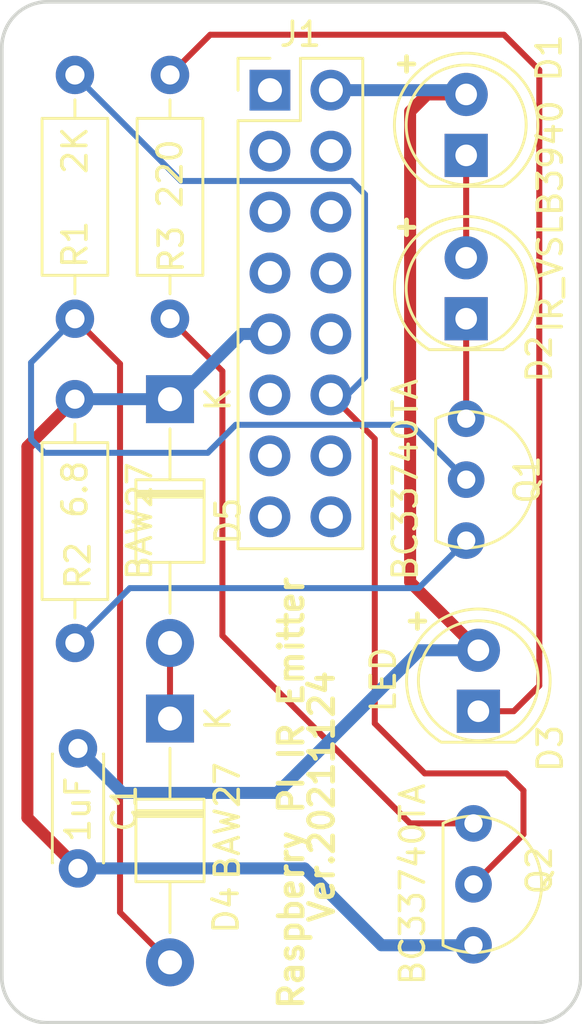
<source format=kicad_pcb>
(kicad_pcb (version 20171130) (host pcbnew "(5.1.10)-1")

  (general
    (thickness 1.6)
    (drawings 11)
    (tracks 61)
    (zones 0)
    (modules 12)
    (nets 24)
  )

  (page A4)
  (layers
    (0 F.Cu signal)
    (31 B.Cu signal)
    (32 B.Adhes user)
    (33 F.Adhes user)
    (34 B.Paste user)
    (35 F.Paste user)
    (36 B.SilkS user)
    (37 F.SilkS user)
    (38 B.Mask user)
    (39 F.Mask user)
    (40 Dwgs.User user)
    (41 Cmts.User user)
    (42 Eco1.User user)
    (43 Eco2.User user)
    (44 Edge.Cuts user)
    (45 Margin user)
    (46 B.CrtYd user)
    (47 F.CrtYd user)
    (48 B.Fab user)
    (49 F.Fab user)
  )

  (setup
    (last_trace_width 0.25)
    (trace_clearance 0.2)
    (zone_clearance 0.508)
    (zone_45_only no)
    (trace_min 0.2)
    (via_size 0.8)
    (via_drill 0.4)
    (via_min_size 0.4)
    (via_min_drill 0.3)
    (uvia_size 0.3)
    (uvia_drill 0.1)
    (uvias_allowed no)
    (uvia_min_size 0.2)
    (uvia_min_drill 0.1)
    (edge_width 0.15)
    (segment_width 0.2)
    (pcb_text_width 0.3)
    (pcb_text_size 1.5 1.5)
    (mod_edge_width 0.15)
    (mod_text_size 1 1)
    (mod_text_width 0.15)
    (pad_size 1.524 1.524)
    (pad_drill 0.762)
    (pad_to_mask_clearance 0.051)
    (solder_mask_min_width 0.25)
    (aux_axis_origin 0 0)
    (visible_elements 7FFFFFFF)
    (pcbplotparams
      (layerselection 0x010fc_ffffffff)
      (usegerberextensions false)
      (usegerberattributes false)
      (usegerberadvancedattributes false)
      (creategerberjobfile false)
      (excludeedgelayer true)
      (linewidth 0.100000)
      (plotframeref false)
      (viasonmask false)
      (mode 1)
      (useauxorigin false)
      (hpglpennumber 1)
      (hpglpenspeed 20)
      (hpglpendiameter 15.000000)
      (psnegative false)
      (psa4output false)
      (plotreference true)
      (plotvalue true)
      (plotinvisibletext false)
      (padsonsilk false)
      (subtractmaskfromsilk false)
      (outputformat 1)
      (mirror false)
      (drillshape 1)
      (scaleselection 1)
      (outputdirectory ""))
  )

  (net 0 "")
  (net 1 "Net-(D2-Pad1)")
  (net 2 "Net-(D4-Pad2)")
  (net 3 "Net-(Q1-Pad3)")
  (net 4 GND)
  (net 5 +5V)
  (net 6 "Net-(D1-Pad1)")
  (net 7 "Net-(D4-Pad1)")
  (net 8 "Net-(J1-Pad16)")
  (net 9 "Net-(J1-Pad15)")
  (net 10 "Net-(J1-Pad14)")
  (net 11 "Net-(J1-Pad13)")
  (net 12 /GPIO18)
  (net 13 "Net-(J1-Pad11)")
  (net 14 "Net-(J1-Pad10)")
  (net 15 "Net-(J1-Pad8)")
  (net 16 "Net-(J1-Pad5)")
  (net 17 "Net-(J1-Pad4)")
  (net 18 "Net-(J1-Pad3)")
  (net 19 +3.3V)
  (net 20 "Net-(J1-Pad6)")
  (net 21 "Net-(J1-Pad7)")
  (net 22 "Net-(D3-Pad1)")
  (net 23 "Net-(Q2-Pad1)")

  (net_class Default "This is the default net class."
    (clearance 0.2)
    (trace_width 0.25)
    (via_dia 0.8)
    (via_drill 0.4)
    (uvia_dia 0.3)
    (uvia_drill 0.1)
    (add_net +3.3V)
    (add_net /GPIO18)
    (add_net "Net-(D1-Pad1)")
    (add_net "Net-(D2-Pad1)")
    (add_net "Net-(D3-Pad1)")
    (add_net "Net-(D4-Pad1)")
    (add_net "Net-(D4-Pad2)")
    (add_net "Net-(J1-Pad10)")
    (add_net "Net-(J1-Pad11)")
    (add_net "Net-(J1-Pad13)")
    (add_net "Net-(J1-Pad14)")
    (add_net "Net-(J1-Pad15)")
    (add_net "Net-(J1-Pad16)")
    (add_net "Net-(J1-Pad3)")
    (add_net "Net-(J1-Pad4)")
    (add_net "Net-(J1-Pad5)")
    (add_net "Net-(J1-Pad6)")
    (add_net "Net-(J1-Pad7)")
    (add_net "Net-(J1-Pad8)")
    (add_net "Net-(Q1-Pad3)")
    (add_net "Net-(Q2-Pad1)")
  )

  (net_class Power ""
    (clearance 0.2)
    (trace_width 0.5)
    (via_dia 0.8)
    (via_drill 0.4)
    (uvia_dia 0.3)
    (uvia_drill 0.1)
    (add_net +5V)
    (add_net GND)
  )

  (module Resistor_THT:R_Axial_DIN0207_L6.3mm_D2.5mm_P10.16mm_Horizontal (layer F.Cu) (tedit 5AE5139B) (tstamp 5D3CBE47)
    (at 64.1604 89.408 90)
    (descr "Resistor, Axial_DIN0207 series, Axial, Horizontal, pin pitch=10.16mm, 0.25W = 1/4W, length*diameter=6.3*2.5mm^2, http://cdn-reichelt.de/documents/datenblatt/B400/1_4W%23YAG.pdf")
    (tags "Resistor Axial_DIN0207 series Axial Horizontal pin pitch 10.16mm 0.25W = 1/4W length 6.3mm diameter 2.5mm")
    (path /5D23F264)
    (fp_text reference R3 (at 2.8956 0.0508 270) (layer F.SilkS)
      (effects (font (size 1 1) (thickness 0.15)))
    )
    (fp_text value 220 (at 6.0452 0 270) (layer F.SilkS)
      (effects (font (size 1 1) (thickness 0.15)))
    )
    (fp_text user %R (at 3.048 -0.0254 270) (layer F.Fab)
      (effects (font (size 1 1) (thickness 0.15)))
    )
    (fp_line (start 1.93 -1.25) (end 1.93 1.25) (layer F.Fab) (width 0.1))
    (fp_line (start 1.93 1.25) (end 8.23 1.25) (layer F.Fab) (width 0.1))
    (fp_line (start 8.23 1.25) (end 8.23 -1.25) (layer F.Fab) (width 0.1))
    (fp_line (start 8.23 -1.25) (end 1.93 -1.25) (layer F.Fab) (width 0.1))
    (fp_line (start 0 0) (end 1.93 0) (layer F.Fab) (width 0.1))
    (fp_line (start 10.16 0) (end 8.23 0) (layer F.Fab) (width 0.1))
    (fp_line (start 1.81 -1.37) (end 1.81 1.37) (layer F.SilkS) (width 0.12))
    (fp_line (start 1.81 1.37) (end 8.35 1.37) (layer F.SilkS) (width 0.12))
    (fp_line (start 8.35 1.37) (end 8.35 -1.37) (layer F.SilkS) (width 0.12))
    (fp_line (start 8.35 -1.37) (end 1.81 -1.37) (layer F.SilkS) (width 0.12))
    (fp_line (start 1.04 0) (end 1.81 0) (layer F.SilkS) (width 0.12))
    (fp_line (start 9.12 0) (end 8.35 0) (layer F.SilkS) (width 0.12))
    (fp_line (start -1.05 -1.5) (end -1.05 1.5) (layer F.CrtYd) (width 0.05))
    (fp_line (start -1.05 1.5) (end 11.21 1.5) (layer F.CrtYd) (width 0.05))
    (fp_line (start 11.21 1.5) (end 11.21 -1.5) (layer F.CrtYd) (width 0.05))
    (fp_line (start 11.21 -1.5) (end -1.05 -1.5) (layer F.CrtYd) (width 0.05))
    (pad 2 thru_hole oval (at 10.16 0 90) (size 1.6 1.6) (drill 0.8) (layers *.Cu *.Mask)
      (net 22 "Net-(D3-Pad1)"))
    (pad 1 thru_hole circle (at 0 0 90) (size 1.6 1.6) (drill 0.8) (layers *.Cu *.Mask)
      (net 23 "Net-(Q2-Pad1)"))
    (model ${KISYS3DMOD}/Resistor_THT.3dshapes/R_Axial_DIN0207_L6.3mm_D2.5mm_P10.16mm_Horizontal.wrl
      (at (xyz 0 0 0))
      (scale (xyz 1 1 1))
      (rotate (xyz 0 0 0))
    )
  )

  (module Transistors:NPN_Transistor (layer F.Cu) (tedit 5CBF5D5C) (tstamp 619F95A0)
    (at 76.8096 110.4392 270)
    (path /61A12D52)
    (fp_text reference Q2 (at 1.9558 -2.7432 90) (layer F.SilkS)
      (effects (font (size 1 1) (thickness 0.15)))
    )
    (fp_text value BC33740TA (at 2.54 2.54 90) (layer F.SilkS)
      (effects (font (size 1 1) (thickness 0.15)))
    )
    (fp_arc (start 2.54 0) (end 5.715 1.905) (angle -241.9) (layer F.CrtYd) (width 0.12))
    (fp_arc (start 2.54 0) (end 5.08 1.27) (angle -233.1301024) (layer F.SilkS) (width 0.12))
    (fp_line (start 0 1.27) (end 5.08 1.27) (layer F.SilkS) (width 0.12))
    (fp_line (start -0.635 1.905) (end 5.715 1.905) (layer F.CrtYd) (width 0.12))
    (pad 3 thru_hole circle (at 5.08 0 270) (size 1.524 1.524) (drill 0.762) (layers *.Cu *.Mask)
      (net 4 GND))
    (pad 2 thru_hole circle (at 2.54 0 270) (size 1.524 1.524) (drill 0.762) (layers *.Cu *.Mask)
      (net 12 /GPIO18))
    (pad 1 thru_hole circle (at 0 0 270) (size 1.524 1.524) (drill 0.762) (layers *.Cu *.Mask)
      (net 23 "Net-(Q2-Pad1)"))
  )

  (module Resistor_THT:R_Axial_DIN0207_L6.3mm_D2.5mm_P10.16mm_Horizontal (layer F.Cu) (tedit 5AE5139B) (tstamp 619F2FAA)
    (at 60.198 89.408 90)
    (descr "Resistor, Axial_DIN0207 series, Axial, Horizontal, pin pitch=10.16mm, 0.25W = 1/4W, length*diameter=6.3*2.5mm^2, http://cdn-reichelt.de/documents/datenblatt/B400/1_4W%23YAG.pdf")
    (tags "Resistor Axial_DIN0207 series Axial Horizontal pin pitch 10.16mm 0.25W = 1/4W length 6.3mm diameter 2.5mm")
    (path /5D23EFF6)
    (fp_text reference R1 (at 3.0988 0 90) (layer F.SilkS)
      (effects (font (size 1 1) (thickness 0.15)))
    )
    (fp_text value 2K (at 6.858 0.127 90) (layer F.Fab)
      (effects (font (size 1 1) (thickness 0.15)))
    )
    (fp_text user %R (at 3.048 0 90) (layer F.Fab)
      (effects (font (size 1 1) (thickness 0.15)))
    )
    (fp_line (start 1.93 -1.25) (end 1.93 1.25) (layer F.Fab) (width 0.1))
    (fp_line (start 1.93 1.25) (end 8.23 1.25) (layer F.Fab) (width 0.1))
    (fp_line (start 8.23 1.25) (end 8.23 -1.25) (layer F.Fab) (width 0.1))
    (fp_line (start 8.23 -1.25) (end 1.93 -1.25) (layer F.Fab) (width 0.1))
    (fp_line (start 0 0) (end 1.93 0) (layer F.Fab) (width 0.1))
    (fp_line (start 10.16 0) (end 8.23 0) (layer F.Fab) (width 0.1))
    (fp_line (start 1.81 -1.37) (end 1.81 1.37) (layer F.SilkS) (width 0.12))
    (fp_line (start 1.81 1.37) (end 8.35 1.37) (layer F.SilkS) (width 0.12))
    (fp_line (start 8.35 1.37) (end 8.35 -1.37) (layer F.SilkS) (width 0.12))
    (fp_line (start 8.35 -1.37) (end 1.81 -1.37) (layer F.SilkS) (width 0.12))
    (fp_line (start 1.04 0) (end 1.81 0) (layer F.SilkS) (width 0.12))
    (fp_line (start 9.12 0) (end 8.35 0) (layer F.SilkS) (width 0.12))
    (fp_line (start -1.05 -1.5) (end -1.05 1.5) (layer F.CrtYd) (width 0.05))
    (fp_line (start -1.05 1.5) (end 11.21 1.5) (layer F.CrtYd) (width 0.05))
    (fp_line (start 11.21 1.5) (end 11.21 -1.5) (layer F.CrtYd) (width 0.05))
    (fp_line (start 11.21 -1.5) (end -1.05 -1.5) (layer F.CrtYd) (width 0.05))
    (pad 2 thru_hole oval (at 10.16 0 90) (size 1.6 1.6) (drill 0.8) (layers *.Cu *.Mask)
      (net 12 /GPIO18))
    (pad 1 thru_hole circle (at 0 0 90) (size 1.6 1.6) (drill 0.8) (layers *.Cu *.Mask)
      (net 2 "Net-(D4-Pad2)"))
    (model ${KISYS3DMOD}/Resistor_THT.3dshapes/R_Axial_DIN0207_L6.3mm_D2.5mm_P10.16mm_Horizontal.wrl
      (at (xyz 0 0 0))
      (scale (xyz 1 1 1))
      (rotate (xyz 0 0 0))
    )
  )

  (module Connector_PinHeader_2.54mm:PinHeader_2x08_P2.54mm_Vertical (layer F.Cu) (tedit 59FED5CC) (tstamp 619F18FA)
    (at 68.326 79.883)
    (descr "Through hole straight pin header, 2x08, 2.54mm pitch, double rows")
    (tags "Through hole pin header THT 2x08 2.54mm double row")
    (path /619F316D)
    (fp_text reference J1 (at 1.27 -2.33) (layer F.SilkS)
      (effects (font (size 1 1) (thickness 0.15)))
    )
    (fp_text value Conn_02x08_Odd_Even (at 1.27 20.11) (layer F.Fab)
      (effects (font (size 1 1) (thickness 0.15)))
    )
    (fp_text user %R (at 1.27 8.89 90) (layer F.Fab)
      (effects (font (size 1 1) (thickness 0.15)))
    )
    (fp_line (start 0 -1.27) (end 3.81 -1.27) (layer F.Fab) (width 0.1))
    (fp_line (start 3.81 -1.27) (end 3.81 19.05) (layer F.Fab) (width 0.1))
    (fp_line (start 3.81 19.05) (end -1.27 19.05) (layer F.Fab) (width 0.1))
    (fp_line (start -1.27 19.05) (end -1.27 0) (layer F.Fab) (width 0.1))
    (fp_line (start -1.27 0) (end 0 -1.27) (layer F.Fab) (width 0.1))
    (fp_line (start -1.33 19.11) (end 3.87 19.11) (layer F.SilkS) (width 0.12))
    (fp_line (start -1.33 1.27) (end -1.33 19.11) (layer F.SilkS) (width 0.12))
    (fp_line (start 3.87 -1.33) (end 3.87 19.11) (layer F.SilkS) (width 0.12))
    (fp_line (start -1.33 1.27) (end 1.27 1.27) (layer F.SilkS) (width 0.12))
    (fp_line (start 1.27 1.27) (end 1.27 -1.33) (layer F.SilkS) (width 0.12))
    (fp_line (start 1.27 -1.33) (end 3.87 -1.33) (layer F.SilkS) (width 0.12))
    (fp_line (start -1.33 0) (end -1.33 -1.33) (layer F.SilkS) (width 0.12))
    (fp_line (start -1.33 -1.33) (end 0 -1.33) (layer F.SilkS) (width 0.12))
    (fp_line (start -1.8 -1.8) (end -1.8 19.55) (layer F.CrtYd) (width 0.05))
    (fp_line (start -1.8 19.55) (end 4.35 19.55) (layer F.CrtYd) (width 0.05))
    (fp_line (start 4.35 19.55) (end 4.35 -1.8) (layer F.CrtYd) (width 0.05))
    (fp_line (start 4.35 -1.8) (end -1.8 -1.8) (layer F.CrtYd) (width 0.05))
    (pad 16 thru_hole oval (at 2.54 17.78) (size 1.7 1.7) (drill 1) (layers *.Cu *.Mask)
      (net 8 "Net-(J1-Pad16)"))
    (pad 15 thru_hole oval (at 0 17.78) (size 1.7 1.7) (drill 1) (layers *.Cu *.Mask)
      (net 9 "Net-(J1-Pad15)"))
    (pad 14 thru_hole oval (at 2.54 15.24) (size 1.7 1.7) (drill 1) (layers *.Cu *.Mask)
      (net 10 "Net-(J1-Pad14)"))
    (pad 13 thru_hole oval (at 0 15.24) (size 1.7 1.7) (drill 1) (layers *.Cu *.Mask)
      (net 11 "Net-(J1-Pad13)"))
    (pad 12 thru_hole oval (at 2.54 12.7) (size 1.7 1.7) (drill 1) (layers *.Cu *.Mask)
      (net 12 /GPIO18))
    (pad 11 thru_hole oval (at 0 12.7) (size 1.7 1.7) (drill 1) (layers *.Cu *.Mask)
      (net 13 "Net-(J1-Pad11)"))
    (pad 10 thru_hole oval (at 2.54 10.16) (size 1.7 1.7) (drill 1) (layers *.Cu *.Mask)
      (net 14 "Net-(J1-Pad10)"))
    (pad 9 thru_hole oval (at 0 10.16) (size 1.7 1.7) (drill 1) (layers *.Cu *.Mask)
      (net 4 GND))
    (pad 8 thru_hole oval (at 2.54 7.62) (size 1.7 1.7) (drill 1) (layers *.Cu *.Mask)
      (net 15 "Net-(J1-Pad8)"))
    (pad 7 thru_hole oval (at 0 7.62) (size 1.7 1.7) (drill 1) (layers *.Cu *.Mask)
      (net 21 "Net-(J1-Pad7)"))
    (pad 6 thru_hole oval (at 2.54 5.08) (size 1.7 1.7) (drill 1) (layers *.Cu *.Mask)
      (net 20 "Net-(J1-Pad6)"))
    (pad 5 thru_hole oval (at 0 5.08) (size 1.7 1.7) (drill 1) (layers *.Cu *.Mask)
      (net 16 "Net-(J1-Pad5)"))
    (pad 4 thru_hole oval (at 2.54 2.54) (size 1.7 1.7) (drill 1) (layers *.Cu *.Mask)
      (net 17 "Net-(J1-Pad4)"))
    (pad 3 thru_hole oval (at 0 2.54) (size 1.7 1.7) (drill 1) (layers *.Cu *.Mask)
      (net 18 "Net-(J1-Pad3)"))
    (pad 2 thru_hole oval (at 2.54 0) (size 1.7 1.7) (drill 1) (layers *.Cu *.Mask)
      (net 5 +5V))
    (pad 1 thru_hole rect (at 0 0) (size 1.7 1.7) (drill 1) (layers *.Cu *.Mask)
      (net 19 +3.3V))
    (model ${KISYS3DMOD}/Connector_PinHeader_2.54mm.3dshapes/PinHeader_2x08_P2.54mm_Vertical.wrl
      (at (xyz 0 0 0))
      (scale (xyz 1 1 1))
      (rotate (xyz 0 0 0))
    )
  )

  (module Capacitor_THT:C_Disc_D4.3mm_W1.9mm_P5.00mm (layer F.Cu) (tedit 5AE50EF0) (tstamp 619F9241)
    (at 60.325 107.315 270)
    (descr "C, Disc series, Radial, pin pitch=5.00mm, , diameter*width=4.3*1.9mm^2, Capacitor, http://www.vishay.com/docs/45233/krseries.pdf")
    (tags "C Disc series Radial pin pitch 5.00mm  diameter 4.3mm width 1.9mm Capacitor")
    (path /5D23F1D3)
    (fp_text reference C1 (at 2.5 -1.9304 90) (layer F.SilkS)
      (effects (font (size 1 1) (thickness 0.15)))
    )
    (fp_text value 1uF (at 2.54 0 270) (layer F.SilkS)
      (effects (font (size 1 1) (thickness 0.15)))
    )
    (fp_text user %R (at 2.54 -1.905 90) (layer F.Fab)
      (effects (font (size 0.86 0.86) (thickness 0.129)))
    )
    (fp_line (start 0.35 -0.95) (end 0.35 0.95) (layer F.Fab) (width 0.1))
    (fp_line (start 0.35 0.95) (end 4.65 0.95) (layer F.Fab) (width 0.1))
    (fp_line (start 4.65 0.95) (end 4.65 -0.95) (layer F.Fab) (width 0.1))
    (fp_line (start 4.65 -0.95) (end 0.35 -0.95) (layer F.Fab) (width 0.1))
    (fp_line (start 0.23 -1.07) (end 4.77 -1.07) (layer F.SilkS) (width 0.12))
    (fp_line (start 0.23 1.07) (end 4.77 1.07) (layer F.SilkS) (width 0.12))
    (fp_line (start 0.23 -1.07) (end 0.23 -1.055) (layer F.SilkS) (width 0.12))
    (fp_line (start 0.23 1.055) (end 0.23 1.07) (layer F.SilkS) (width 0.12))
    (fp_line (start 4.77 -1.07) (end 4.77 -1.055) (layer F.SilkS) (width 0.12))
    (fp_line (start 4.77 1.055) (end 4.77 1.07) (layer F.SilkS) (width 0.12))
    (fp_line (start -1.05 -1.2) (end -1.05 1.2) (layer F.CrtYd) (width 0.05))
    (fp_line (start -1.05 1.2) (end 6.05 1.2) (layer F.CrtYd) (width 0.05))
    (fp_line (start 6.05 1.2) (end 6.05 -1.2) (layer F.CrtYd) (width 0.05))
    (fp_line (start 6.05 -1.2) (end -1.05 -1.2) (layer F.CrtYd) (width 0.05))
    (pad 2 thru_hole circle (at 5 0 270) (size 1.6 1.6) (drill 0.8) (layers *.Cu *.Mask)
      (net 4 GND))
    (pad 1 thru_hole circle (at 0 0 270) (size 1.6 1.6) (drill 0.8) (layers *.Cu *.Mask)
      (net 5 +5V))
    (model ${KISYS3DMOD}/Capacitor_THT.3dshapes/C_Disc_D4.3mm_W1.9mm_P5.00mm.wrl
      (at (xyz 0 0 0))
      (scale (xyz 1 1 1))
      (rotate (xyz 0 0 0))
    )
  )

  (module Diode_THT:D_T-1_P10.16mm_Horizontal (layer F.Cu) (tedit 5AE50CD5) (tstamp 619F33A9)
    (at 64.1604 92.7608 270)
    (descr "Diode, T-1 series, Axial, Horizontal, pin pitch=10.16mm, , length*diameter=3.2*2.6mm^2, , http://www.diodes.com/_files/packages/T-1.pdf")
    (tags "Diode T-1 series Axial Horizontal pin pitch 10.16mm  length 3.2mm diameter 2.6mm")
    (path /5D23EAEF)
    (fp_text reference D5 (at 5.08 -2.42 270) (layer F.SilkS)
      (effects (font (size 1 1) (thickness 0.15)))
    )
    (fp_text value BAW27 (at 5.08 1.27 270) (layer F.SilkS)
      (effects (font (size 1 1) (thickness 0.15)))
    )
    (fp_text user K (at 0 -2 270) (layer F.SilkS)
      (effects (font (size 1 1) (thickness 0.15)))
    )
    (fp_text user K (at 0 -2 270) (layer F.Fab)
      (effects (font (size 1 1) (thickness 0.15)))
    )
    (fp_text user %R (at 5.32 0 270) (layer F.Fab)
      (effects (font (size 0.64 0.64) (thickness 0.096)))
    )
    (fp_line (start 3.48 -1.3) (end 3.48 1.3) (layer F.Fab) (width 0.1))
    (fp_line (start 3.48 1.3) (end 6.68 1.3) (layer F.Fab) (width 0.1))
    (fp_line (start 6.68 1.3) (end 6.68 -1.3) (layer F.Fab) (width 0.1))
    (fp_line (start 6.68 -1.3) (end 3.48 -1.3) (layer F.Fab) (width 0.1))
    (fp_line (start 0 0) (end 3.48 0) (layer F.Fab) (width 0.1))
    (fp_line (start 10.16 0) (end 6.68 0) (layer F.Fab) (width 0.1))
    (fp_line (start 3.96 -1.3) (end 3.96 1.3) (layer F.Fab) (width 0.1))
    (fp_line (start 4.06 -1.3) (end 4.06 1.3) (layer F.Fab) (width 0.1))
    (fp_line (start 3.86 -1.3) (end 3.86 1.3) (layer F.Fab) (width 0.1))
    (fp_line (start 3.36 -1.42) (end 3.36 1.42) (layer F.SilkS) (width 0.12))
    (fp_line (start 3.36 1.42) (end 6.8 1.42) (layer F.SilkS) (width 0.12))
    (fp_line (start 6.8 1.42) (end 6.8 -1.42) (layer F.SilkS) (width 0.12))
    (fp_line (start 6.8 -1.42) (end 3.36 -1.42) (layer F.SilkS) (width 0.12))
    (fp_line (start 1.24 0) (end 3.36 0) (layer F.SilkS) (width 0.12))
    (fp_line (start 8.92 0) (end 6.8 0) (layer F.SilkS) (width 0.12))
    (fp_line (start 3.96 -1.42) (end 3.96 1.42) (layer F.SilkS) (width 0.12))
    (fp_line (start 4.08 -1.42) (end 4.08 1.42) (layer F.SilkS) (width 0.12))
    (fp_line (start 3.84 -1.42) (end 3.84 1.42) (layer F.SilkS) (width 0.12))
    (fp_line (start -1.25 -1.55) (end -1.25 1.55) (layer F.CrtYd) (width 0.05))
    (fp_line (start -1.25 1.55) (end 11.41 1.55) (layer F.CrtYd) (width 0.05))
    (fp_line (start 11.41 1.55) (end 11.41 -1.55) (layer F.CrtYd) (width 0.05))
    (fp_line (start 11.41 -1.55) (end -1.25 -1.55) (layer F.CrtYd) (width 0.05))
    (pad 2 thru_hole oval (at 10.16 0 270) (size 2 2) (drill 1) (layers *.Cu *.Mask)
      (net 7 "Net-(D4-Pad1)"))
    (pad 1 thru_hole rect (at 0 0 270) (size 2 2) (drill 1) (layers *.Cu *.Mask)
      (net 4 GND))
    (model ${KISYS3DMOD}/Diode_THT.3dshapes/D_T-1_P10.16mm_Horizontal.wrl
      (at (xyz 0 0 0))
      (scale (xyz 1 1 1))
      (rotate (xyz 0 0 0))
    )
  )

  (module Diode_THT:D_T-1_P10.16mm_Horizontal (layer F.Cu) (tedit 5AE50CD5) (tstamp 619F31D9)
    (at 64.1604 106.0704 270)
    (descr "Diode, T-1 series, Axial, Horizontal, pin pitch=10.16mm, , length*diameter=3.2*2.6mm^2, , http://www.diodes.com/_files/packages/T-1.pdf")
    (tags "Diode T-1 series Axial Horizontal pin pitch 10.16mm  length 3.2mm diameter 2.6mm")
    (path /5D23EA91)
    (fp_text reference D4 (at 7.9756 -2.3368 270) (layer F.SilkS)
      (effects (font (size 1 1) (thickness 0.15)))
    )
    (fp_text value BAW27 (at 4.2672 -2.3876 270) (layer F.SilkS)
      (effects (font (size 1 1) (thickness 0.15)))
    )
    (fp_text user K (at 0 -2 270) (layer F.SilkS)
      (effects (font (size 1 1) (thickness 0.15)))
    )
    (fp_text user K (at 0 -2 270) (layer F.Fab)
      (effects (font (size 1 1) (thickness 0.15)))
    )
    (fp_text user %R (at 5.32 0 270) (layer F.Fab)
      (effects (font (size 0.64 0.64) (thickness 0.096)))
    )
    (fp_line (start 3.48 -1.3) (end 3.48 1.3) (layer F.Fab) (width 0.1))
    (fp_line (start 3.48 1.3) (end 6.68 1.3) (layer F.Fab) (width 0.1))
    (fp_line (start 6.68 1.3) (end 6.68 -1.3) (layer F.Fab) (width 0.1))
    (fp_line (start 6.68 -1.3) (end 3.48 -1.3) (layer F.Fab) (width 0.1))
    (fp_line (start 0 0) (end 3.48 0) (layer F.Fab) (width 0.1))
    (fp_line (start 10.16 0) (end 6.68 0) (layer F.Fab) (width 0.1))
    (fp_line (start 3.96 -1.3) (end 3.96 1.3) (layer F.Fab) (width 0.1))
    (fp_line (start 4.06 -1.3) (end 4.06 1.3) (layer F.Fab) (width 0.1))
    (fp_line (start 3.86 -1.3) (end 3.86 1.3) (layer F.Fab) (width 0.1))
    (fp_line (start 3.36 -1.42) (end 3.36 1.42) (layer F.SilkS) (width 0.12))
    (fp_line (start 3.36 1.42) (end 6.8 1.42) (layer F.SilkS) (width 0.12))
    (fp_line (start 6.8 1.42) (end 6.8 -1.42) (layer F.SilkS) (width 0.12))
    (fp_line (start 6.8 -1.42) (end 3.36 -1.42) (layer F.SilkS) (width 0.12))
    (fp_line (start 1.24 0) (end 3.36 0) (layer F.SilkS) (width 0.12))
    (fp_line (start 8.92 0) (end 6.8 0) (layer F.SilkS) (width 0.12))
    (fp_line (start 3.96 -1.42) (end 3.96 1.42) (layer F.SilkS) (width 0.12))
    (fp_line (start 4.08 -1.42) (end 4.08 1.42) (layer F.SilkS) (width 0.12))
    (fp_line (start 3.84 -1.42) (end 3.84 1.42) (layer F.SilkS) (width 0.12))
    (fp_line (start -1.25 -1.55) (end -1.25 1.55) (layer F.CrtYd) (width 0.05))
    (fp_line (start -1.25 1.55) (end 11.41 1.55) (layer F.CrtYd) (width 0.05))
    (fp_line (start 11.41 1.55) (end 11.41 -1.55) (layer F.CrtYd) (width 0.05))
    (fp_line (start 11.41 -1.55) (end -1.25 -1.55) (layer F.CrtYd) (width 0.05))
    (pad 2 thru_hole oval (at 10.16 0 270) (size 2 2) (drill 1) (layers *.Cu *.Mask)
      (net 2 "Net-(D4-Pad2)"))
    (pad 1 thru_hole rect (at 0 0 270) (size 2 2) (drill 1) (layers *.Cu *.Mask)
      (net 7 "Net-(D4-Pad1)"))
    (model ${KISYS3DMOD}/Diode_THT.3dshapes/D_T-1_P10.16mm_Horizontal.wrl
      (at (xyz 0 0 0))
      (scale (xyz 1 1 1))
      (rotate (xyz 0 0 0))
    )
  )

  (module LED_THT:LED_D5.0mm (layer F.Cu) (tedit 5995936A) (tstamp 5D24A305)
    (at 77.0128 105.7656 90)
    (descr "LED, diameter 5.0mm, 2 pins, http://cdn-reichelt.de/documents/datenblatt/A500/LL-504BC2E-009.pdf")
    (tags "LED diameter 5.0mm 2 pins")
    (path /5D23ECDE)
    (fp_text reference D3 (at -1.5494 2.9972 90) (layer F.SilkS)
      (effects (font (size 1 1) (thickness 0.15)))
    )
    (fp_text value LED (at 1.3208 -3.9624 90) (layer F.SilkS)
      (effects (font (size 1 1) (thickness 0.15)))
    )
    (fp_text user + (at 3.81 -2.54) (layer F.SilkS)
      (effects (font (size 0.8 0.8) (thickness 0.2)))
    )
    (fp_text user %R (at 1.25 0 90) (layer F.Fab)
      (effects (font (size 0.8 0.8) (thickness 0.2)))
    )
    (fp_arc (start 1.27 0) (end -1.29 1.54483) (angle -148.9) (layer F.SilkS) (width 0.12))
    (fp_arc (start 1.27 0) (end -1.29 -1.54483) (angle 148.9) (layer F.SilkS) (width 0.12))
    (fp_arc (start 1.27 0) (end -1.23 -1.469694) (angle 299.1) (layer F.Fab) (width 0.1))
    (fp_circle (center 1.27 0) (end 3.77 0) (layer F.Fab) (width 0.1))
    (fp_circle (center 1.27 0) (end 3.77 0) (layer F.SilkS) (width 0.12))
    (fp_line (start -1.23 -1.469694) (end -1.23 1.469694) (layer F.Fab) (width 0.1))
    (fp_line (start -1.29 -1.545) (end -1.29 1.545) (layer F.SilkS) (width 0.12))
    (fp_line (start -1.95 -3.25) (end -1.95 3.25) (layer F.CrtYd) (width 0.05))
    (fp_line (start -1.95 3.25) (end 4.5 3.25) (layer F.CrtYd) (width 0.05))
    (fp_line (start 4.5 3.25) (end 4.5 -3.25) (layer F.CrtYd) (width 0.05))
    (fp_line (start 4.5 -3.25) (end -1.95 -3.25) (layer F.CrtYd) (width 0.05))
    (pad 2 thru_hole circle (at 2.54 0 90) (size 1.8 1.8) (drill 0.9) (layers *.Cu *.Mask)
      (net 5 +5V))
    (pad 1 thru_hole rect (at 0 0 90) (size 1.8 1.8) (drill 0.9) (layers *.Cu *.Mask)
      (net 22 "Net-(D3-Pad1)"))
    (model ${KISYS3DMOD}/LED_THT.3dshapes/LED_D5.0mm.wrl
      (at (xyz 0 0 0))
      (scale (xyz 1 1 1))
      (rotate (xyz 0 0 0))
    )
  )

  (module LED_THT:LED_D5.0mm (layer F.Cu) (tedit 5995936A) (tstamp 5D3CBDDC)
    (at 76.5048 89.408 90)
    (descr "LED, diameter 5.0mm, 2 pins, http://cdn-reichelt.de/documents/datenblatt/A500/LL-504BC2E-009.pdf")
    (tags "LED diameter 5.0mm 2 pins")
    (path /5D23EBC7)
    (fp_text reference D2 (at -1.6764 3.048 270) (layer F.SilkS)
      (effects (font (size 1 1) (thickness 0.15)))
    )
    (fp_text value IR_VSLB3940 (at 4.2672 3.5052 90) (layer F.SilkS)
      (effects (font (size 1 1) (thickness 0.15)))
    )
    (fp_text user + (at 3.81 -2.54 270) (layer F.SilkS)
      (effects (font (size 0.8 0.8) (thickness 0.2)))
    )
    (fp_text user %R (at 1.25 0 270) (layer F.Fab)
      (effects (font (size 0.8 0.8) (thickness 0.2)))
    )
    (fp_arc (start 1.27 0) (end -1.29 1.54483) (angle -148.9) (layer F.SilkS) (width 0.12))
    (fp_arc (start 1.27 0) (end -1.29 -1.54483) (angle 148.9) (layer F.SilkS) (width 0.12))
    (fp_arc (start 1.27 0) (end -1.23 -1.469694) (angle 299.1) (layer F.Fab) (width 0.1))
    (fp_circle (center 1.27 0) (end 3.77 0) (layer F.Fab) (width 0.1))
    (fp_circle (center 1.27 0) (end 3.77 0) (layer F.SilkS) (width 0.12))
    (fp_line (start -1.23 -1.469694) (end -1.23 1.469694) (layer F.Fab) (width 0.1))
    (fp_line (start -1.29 -1.545) (end -1.29 1.545) (layer F.SilkS) (width 0.12))
    (fp_line (start -1.95 -3.25) (end -1.95 3.25) (layer F.CrtYd) (width 0.05))
    (fp_line (start -1.95 3.25) (end 4.5 3.25) (layer F.CrtYd) (width 0.05))
    (fp_line (start 4.5 3.25) (end 4.5 -3.25) (layer F.CrtYd) (width 0.05))
    (fp_line (start 4.5 -3.25) (end -1.95 -3.25) (layer F.CrtYd) (width 0.05))
    (pad 2 thru_hole circle (at 2.54 0 90) (size 1.8 1.8) (drill 0.9) (layers *.Cu *.Mask)
      (net 6 "Net-(D1-Pad1)"))
    (pad 1 thru_hole rect (at 0 0 90) (size 1.8 1.8) (drill 0.9) (layers *.Cu *.Mask)
      (net 1 "Net-(D2-Pad1)"))
    (model ${KISYS3DMOD}/LED_THT.3dshapes/LED_D5.0mm.wrl
      (at (xyz 0 0 0))
      (scale (xyz 1 1 1))
      (rotate (xyz 0 0 0))
    )
  )

  (module LED_THT:LED_D5.0mm (layer F.Cu) (tedit 5995936A) (tstamp 619F9332)
    (at 76.5048 82.6008 90)
    (descr "LED, diameter 5.0mm, 2 pins, http://cdn-reichelt.de/documents/datenblatt/A500/LL-504BC2E-009.pdf")
    (tags "LED diameter 5.0mm 2 pins")
    (path /5D23EA04)
    (fp_text reference D1 (at 4.064 3.4544 270) (layer F.SilkS)
      (effects (font (size 1 1) (thickness 0.15)))
    )
    (fp_text value IR_VSLB3940 (at -2.54 3.5052 90) (layer F.SilkS)
      (effects (font (size 1 1) (thickness 0.15)))
    )
    (fp_text user + (at 3.81 -2.54 270) (layer F.SilkS)
      (effects (font (size 0.8 0.8) (thickness 0.2)))
    )
    (fp_text user %R (at 1.25 0 180) (layer F.Fab)
      (effects (font (size 0.8 0.8) (thickness 0.2)))
    )
    (fp_arc (start 1.27 0) (end -1.29 1.54483) (angle -148.9) (layer F.SilkS) (width 0.12))
    (fp_arc (start 1.27 0) (end -1.29 -1.54483) (angle 148.9) (layer F.SilkS) (width 0.12))
    (fp_arc (start 1.27 0) (end -1.23 -1.469694) (angle 299.1) (layer F.Fab) (width 0.1))
    (fp_circle (center 1.27 0) (end 3.77 0) (layer F.Fab) (width 0.1))
    (fp_circle (center 1.27 0) (end 3.77 0) (layer F.SilkS) (width 0.12))
    (fp_line (start -1.23 -1.469694) (end -1.23 1.469694) (layer F.Fab) (width 0.1))
    (fp_line (start -1.29 -1.545) (end -1.29 1.545) (layer F.SilkS) (width 0.12))
    (fp_line (start -1.95 -3.25) (end -1.95 3.25) (layer F.CrtYd) (width 0.05))
    (fp_line (start -1.95 3.25) (end 4.5 3.25) (layer F.CrtYd) (width 0.05))
    (fp_line (start 4.5 3.25) (end 4.5 -3.25) (layer F.CrtYd) (width 0.05))
    (fp_line (start 4.5 -3.25) (end -1.95 -3.25) (layer F.CrtYd) (width 0.05))
    (pad 2 thru_hole circle (at 2.54 0 90) (size 1.8 1.8) (drill 0.9) (layers *.Cu *.Mask)
      (net 5 +5V))
    (pad 1 thru_hole rect (at 0 0 90) (size 1.8 1.8) (drill 0.9) (layers *.Cu *.Mask)
      (net 6 "Net-(D1-Pad1)"))
    (model ${KISYS3DMOD}/LED_THT.3dshapes/LED_D5.0mm.wrl
      (at (xyz 0 0 0))
      (scale (xyz 1 1 1))
      (rotate (xyz 0 0 0))
    )
  )

  (module Resistor_THT:R_Axial_DIN0207_L6.3mm_D2.5mm_P10.16mm_Horizontal (layer F.Cu) (tedit 5AE5139B) (tstamp 619F3249)
    (at 60.198 102.9208 90)
    (descr "Resistor, Axial_DIN0207 series, Axial, Horizontal, pin pitch=10.16mm, 0.25W = 1/4W, length*diameter=6.3*2.5mm^2, http://cdn-reichelt.de/documents/datenblatt/B400/1_4W%23YAG.pdf")
    (tags "Resistor Axial_DIN0207 series Axial Horizontal pin pitch 10.16mm 0.25W = 1/4W length 6.3mm diameter 2.5mm")
    (path /5D23F083)
    (fp_text reference R2 (at 3.2258 0.127 270) (layer F.SilkS)
      (effects (font (size 1 1) (thickness 0.15)))
    )
    (fp_text value 6.8 (at 6.4008 0 270) (layer F.SilkS)
      (effects (font (size 1 1) (thickness 0.15)))
    )
    (fp_text user %R (at 3.2258 0.127 270) (layer F.Fab)
      (effects (font (size 1 1) (thickness 0.15)))
    )
    (fp_line (start 1.93 -1.25) (end 1.93 1.25) (layer F.Fab) (width 0.1))
    (fp_line (start 1.93 1.25) (end 8.23 1.25) (layer F.Fab) (width 0.1))
    (fp_line (start 8.23 1.25) (end 8.23 -1.25) (layer F.Fab) (width 0.1))
    (fp_line (start 8.23 -1.25) (end 1.93 -1.25) (layer F.Fab) (width 0.1))
    (fp_line (start 0 0) (end 1.93 0) (layer F.Fab) (width 0.1))
    (fp_line (start 10.16 0) (end 8.23 0) (layer F.Fab) (width 0.1))
    (fp_line (start 1.81 -1.37) (end 1.81 1.37) (layer F.SilkS) (width 0.12))
    (fp_line (start 1.81 1.37) (end 8.35 1.37) (layer F.SilkS) (width 0.12))
    (fp_line (start 8.35 1.37) (end 8.35 -1.37) (layer F.SilkS) (width 0.12))
    (fp_line (start 8.35 -1.37) (end 1.81 -1.37) (layer F.SilkS) (width 0.12))
    (fp_line (start 1.04 0) (end 1.81 0) (layer F.SilkS) (width 0.12))
    (fp_line (start 9.12 0) (end 8.35 0) (layer F.SilkS) (width 0.12))
    (fp_line (start -1.05 -1.5) (end -1.05 1.5) (layer F.CrtYd) (width 0.05))
    (fp_line (start -1.05 1.5) (end 11.21 1.5) (layer F.CrtYd) (width 0.05))
    (fp_line (start 11.21 1.5) (end 11.21 -1.5) (layer F.CrtYd) (width 0.05))
    (fp_line (start 11.21 -1.5) (end -1.05 -1.5) (layer F.CrtYd) (width 0.05))
    (pad 2 thru_hole oval (at 10.16 0 90) (size 1.6 1.6) (drill 0.8) (layers *.Cu *.Mask)
      (net 4 GND))
    (pad 1 thru_hole circle (at 0 0 90) (size 1.6 1.6) (drill 0.8) (layers *.Cu *.Mask)
      (net 3 "Net-(Q1-Pad3)"))
    (model ${KISYS3DMOD}/Resistor_THT.3dshapes/R_Axial_DIN0207_L6.3mm_D2.5mm_P10.16mm_Horizontal.wrl
      (at (xyz 0 0 0))
      (scale (xyz 1 1 1))
      (rotate (xyz 0 0 0))
    )
  )

  (module Transistors:NPN_Transistor (layer F.Cu) (tedit 5CBF5D5C) (tstamp 619F3663)
    (at 76.5048 93.5736 270)
    (path /5D23E875)
    (fp_text reference Q1 (at 2.54 -2.54 270) (layer F.SilkS)
      (effects (font (size 1 1) (thickness 0.15)))
    )
    (fp_text value BC33740TA (at 2.54 2.54 270) (layer F.SilkS)
      (effects (font (size 1 1) (thickness 0.15)))
    )
    (fp_arc (start 2.54 0) (end 5.715 1.905) (angle -241.9) (layer F.CrtYd) (width 0.12))
    (fp_arc (start 2.54 0) (end 5.08 1.27) (angle -233.1301024) (layer F.SilkS) (width 0.12))
    (fp_line (start 0 1.27) (end 5.08 1.27) (layer F.SilkS) (width 0.12))
    (fp_line (start -0.635 1.905) (end 5.715 1.905) (layer F.CrtYd) (width 0.12))
    (pad 3 thru_hole circle (at 5.08 0 270) (size 1.524 1.524) (drill 0.762) (layers *.Cu *.Mask)
      (net 3 "Net-(Q1-Pad3)"))
    (pad 2 thru_hole circle (at 2.54 0 270) (size 1.524 1.524) (drill 0.762) (layers *.Cu *.Mask)
      (net 2 "Net-(D4-Pad2)"))
    (pad 1 thru_hole circle (at 0 0 270) (size 1.524 1.524) (drill 0.762) (layers *.Cu *.Mask)
      (net 1 "Net-(D2-Pad1)"))
  )

  (gr_line (start 59.055 118.745) (end 79.375 118.745) (layer Edge.Cuts) (width 0.15) (tstamp 619F9C40))
  (gr_line (start 57.15 78.105) (end 57.15 116.84) (layer Edge.Cuts) (width 0.15) (tstamp 619F9C3C))
  (gr_line (start 79.375 76.2) (end 59.055 76.2) (layer Edge.Cuts) (width 0.15) (tstamp 619F9C37))
  (gr_line (start 81.28 78.105) (end 81.28 116.84) (layer Edge.Cuts) (width 0.15) (tstamp 619F9B8F))
  (gr_arc (start 79.375 78.105) (end 81.28 78.105) (angle -90) (layer Edge.Cuts) (width 0.15))
  (gr_arc (start 79.375 116.84) (end 79.375 118.745) (angle -90) (layer Edge.Cuts) (width 0.15))
  (gr_arc (start 59.055 116.84) (end 57.15 116.84) (angle -90) (layer Edge.Cuts) (width 0.15))
  (gr_arc (start 59.055 78.105) (end 59.055 76.2) (angle -90) (layer Edge.Cuts) (width 0.15) (tstamp 619F98B5))
  (gr_text 2K (at 60.198 82.3976 90) (layer F.SilkS)
    (effects (font (size 1 1) (thickness 0.15)))
  )
  (gr_text Ver.20211124 (at 70.485 109.3216 90) (layer F.SilkS)
    (effects (font (size 1 1) (thickness 0.2)))
  )
  (gr_text "Raspberry PI IR Emitter" (at 69.215 109.1692 90) (layer F.SilkS)
    (effects (font (size 1 1) (thickness 0.2)))
  )

  (segment (start 76.5048 89.408) (end 76.5048 93.5736) (width 0.25) (layer F.Cu) (net 1))
  (segment (start 58.3692 91.2368) (end 60.198 89.408) (width 0.25) (layer B.Cu) (net 2))
  (segment (start 58.3692 94.4372) (end 58.3692 91.2368) (width 0.25) (layer B.Cu) (net 2))
  (segment (start 58.928 94.996) (end 58.3692 94.4372) (width 0.25) (layer B.Cu) (net 2))
  (segment (start 65.7352 94.996) (end 58.928 94.996) (width 0.25) (layer B.Cu) (net 2))
  (segment (start 66.9036 93.8276) (end 65.7352 94.996) (width 0.25) (layer B.Cu) (net 2))
  (segment (start 74.2188 93.8276) (end 66.9036 93.8276) (width 0.25) (layer B.Cu) (net 2))
  (segment (start 76.5048 96.1136) (end 74.2188 93.8276) (width 0.25) (layer B.Cu) (net 2))
  (segment (start 62.0776 91.2876) (end 60.198 89.408) (width 0.25) (layer F.Cu) (net 2))
  (segment (start 62.0776 114.1476) (end 62.0776 91.2876) (width 0.25) (layer F.Cu) (net 2))
  (segment (start 64.1604 116.2304) (end 62.0776 114.1476) (width 0.25) (layer F.Cu) (net 2))
  (segment (start 74.5236 100.6348) (end 76.5048 98.6536) (width 0.25) (layer B.Cu) (net 3))
  (segment (start 62.484 100.6348) (end 74.5236 100.6348) (width 0.25) (layer B.Cu) (net 3))
  (segment (start 60.198 102.9208) (end 62.484 100.6348) (width 0.25) (layer B.Cu) (net 3))
  (segment (start 68.326 90.043) (end 67.1322 90.043) (width 0.5) (layer B.Cu) (net 4))
  (segment (start 64.4144 92.7608) (end 64.1604 92.7608) (width 0.5) (layer B.Cu) (net 4))
  (segment (start 67.1322 90.043) (end 64.4144 92.7608) (width 0.5) (layer B.Cu) (net 4))
  (segment (start 64.1604 92.7608) (end 60.198 92.7608) (width 0.5) (layer B.Cu) (net 4))
  (segment (start 58.2168 110.2068) (end 60.325 112.315) (width 0.5) (layer F.Cu) (net 4))
  (segment (start 58.2168 94.742) (end 58.2168 110.2068) (width 0.5) (layer F.Cu) (net 4))
  (segment (start 60.198 92.7608) (end 58.2168 94.742) (width 0.5) (layer F.Cu) (net 4))
  (segment (start 60.325 112.315) (end 69.77 112.315) (width 0.5) (layer B.Cu) (net 4))
  (segment (start 72.9742 115.5192) (end 76.8096 115.5192) (width 0.5) (layer B.Cu) (net 4))
  (segment (start 69.77 112.315) (end 72.9742 115.5192) (width 0.5) (layer B.Cu) (net 4))
  (segment (start 76.0476 79.6036) (end 76.5048 80.0608) (width 0.5) (layer F.Cu) (net 5) (tstamp 619F931E))
  (segment (start 76.327 79.883) (end 76.5048 80.0608) (width 0.5) (layer B.Cu) (net 5))
  (segment (start 70.866 79.883) (end 76.327 79.883) (width 0.5) (layer B.Cu) (net 5))
  (segment (start 76.5048 80.0608) (end 74.8792 80.0608) (width 0.5) (layer F.Cu) (net 5))
  (segment (start 74.8792 80.0608) (end 74.168 80.772) (width 0.5) (layer F.Cu) (net 5))
  (segment (start 74.168 100.3808) (end 77.0128 103.2256) (width 0.5) (layer F.Cu) (net 5))
  (segment (start 74.168 80.772) (end 74.168 100.3808) (width 0.5) (layer F.Cu) (net 5))
  (segment (start 74.5744 103.2256) (end 77.0128 103.2256) (width 0.5) (layer B.Cu) (net 5))
  (segment (start 68.6308 109.1692) (end 74.5744 103.2256) (width 0.5) (layer B.Cu) (net 5))
  (segment (start 62.1792 109.1692) (end 68.6308 109.1692) (width 0.5) (layer B.Cu) (net 5))
  (segment (start 60.325 107.315) (end 62.1792 109.1692) (width 0.5) (layer B.Cu) (net 5))
  (segment (start 76.5048 82.6008) (end 76.5048 86.868) (width 0.25) (layer F.Cu) (net 6))
  (segment (start 64.1604 102.9208) (end 64.1604 106.0704) (width 0.25) (layer F.Cu) (net 7))
  (segment (start 64.6176 83.6676) (end 60.198 79.248) (width 0.25) (layer B.Cu) (net 12))
  (segment (start 71.7296 83.6676) (end 64.6176 83.6676) (width 0.25) (layer B.Cu) (net 12))
  (segment (start 72.2884 84.2264) (end 71.7296 83.6676) (width 0.25) (layer B.Cu) (net 12))
  (segment (start 72.2884 91.8464) (end 72.2884 84.2264) (width 0.25) (layer B.Cu) (net 12))
  (segment (start 71.5518 92.583) (end 72.2884 91.8464) (width 0.25) (layer B.Cu) (net 12))
  (segment (start 70.866 92.583) (end 71.5518 92.583) (width 0.25) (layer B.Cu) (net 12))
  (segment (start 78.8924 110.8964) (end 76.8096 112.9792) (width 0.25) (layer F.Cu) (net 12))
  (segment (start 78.8924 109.0676) (end 78.8924 110.8964) (width 0.25) (layer F.Cu) (net 12))
  (segment (start 78.1812 108.3564) (end 78.8924 109.0676) (width 0.25) (layer F.Cu) (net 12))
  (segment (start 74.7776 108.3564) (end 78.1812 108.3564) (width 0.25) (layer F.Cu) (net 12))
  (segment (start 72.6948 106.2736) (end 74.7776 108.3564) (width 0.25) (layer F.Cu) (net 12))
  (segment (start 72.6948 94.4118) (end 72.6948 106.2736) (width 0.25) (layer F.Cu) (net 12))
  (segment (start 70.866 92.583) (end 72.6948 94.4118) (width 0.25) (layer F.Cu) (net 12))
  (segment (start 67.691 79.248) (end 68.326 79.883) (width 0.25) (layer B.Cu) (net 19))
  (segment (start 77.0128 105.7656) (end 78.486 105.7656) (width 0.25) (layer F.Cu) (net 22))
  (segment (start 78.486 105.7656) (end 79.5528 104.6988) (width 0.25) (layer F.Cu) (net 22))
  (segment (start 79.5528 104.6988) (end 79.5528 79.0448) (width 0.25) (layer F.Cu) (net 22))
  (segment (start 79.5528 79.0448) (end 78.0796 77.5716) (width 0.25) (layer F.Cu) (net 22))
  (segment (start 65.8368 77.5716) (end 64.1604 79.248) (width 0.25) (layer F.Cu) (net 22))
  (segment (start 78.0796 77.5716) (end 65.8368 77.5716) (width 0.25) (layer F.Cu) (net 22))
  (segment (start 76.8096 110.4392) (end 74.168 110.4392) (width 0.25) (layer F.Cu) (net 23))
  (segment (start 74.168 110.4392) (end 66.3448 102.616) (width 0.25) (layer F.Cu) (net 23))
  (segment (start 66.3448 91.5924) (end 64.1604 89.408) (width 0.25) (layer F.Cu) (net 23))
  (segment (start 66.3448 102.616) (end 66.3448 91.5924) (width 0.25) (layer F.Cu) (net 23))

)

</source>
